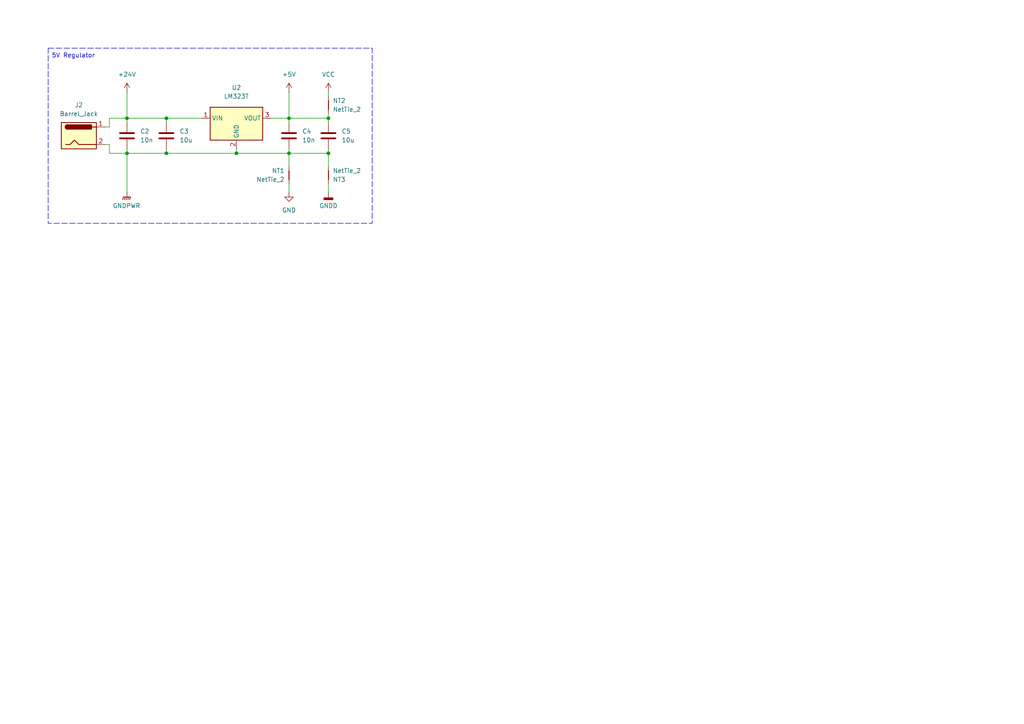
<source format=kicad_sch>
(kicad_sch (version 20231120) (generator "eeschema") (generator_version "8.0")
  (paper "A4")
  (lib_symbols
    (symbol "Connector:Barrel_Jack" (pin_names (offset 1.016))
      (property "Reference" "J" (at 0 5.334 0))
      (property "Value" "Barrel_Jack" (at 0 -5.08 0))
      (symbol "Barrel_Jack_0_1"
        (rectangle (start -5.08 3.81) (end 5.08 -3.81) (stroke (width 0.254)) (fill (type background)))
        (arc (start -3.302 3.175) (mid -3.9343 2.54) (end -3.302 1.905) (stroke (width 0.254)))
        (arc (start -3.302 3.175) (mid -3.9343 2.54) (end -3.302 1.905) (stroke (width 0.254)) (fill (type outline)))
        (polyline (pts (xy 5.08 2.54) (xy 3.81 2.54)) (stroke (width 0.254)))
        (polyline (pts (xy -3.81 -2.54) (xy -2.54 -2.54) (xy -1.27 -1.27) (xy 0 -2.54) (xy 2.54 -2.54) (xy 5.08 -2.54)) (stroke (width 0.254)))
        (rectangle (start 3.683 3.175) (end -3.302 1.905) (stroke (width 0.254)) (fill (type outline)))
      )
      (symbol "Barrel_Jack_1_1"
        (pin passive line (at 7.62 2.54 180) (length 2.54) (name "~") (number "1"))
        (pin passive line (at 7.62 -2.54 180) (length 2.54) (name "~") (number "2"))
      )
    )
    (symbol "Custom_Regulator_Linear:LM323"
      (property "Reference" "U" (at -7.874 9.144 0))
      (property "Value" "LM323" (at -7.874 7.112 0))
      (symbol "LM323_0_1"
        (rectangle (start -7.62 5.715) (end 7.62 -3.81) (stroke (width 0.254)) (fill (type background)))
      )
      (symbol "LM323_1_1"
        (pin power_in line (at -10.16 2.54 0) (length 2.54) (name "VIN") (number "1"))
        (pin power_in line (at 0 -6.35 90) (length 2.54) (name "GND") (number "2"))
        (pin power_out line (at 10.16 2.54 180) (length 2.54) (name "VOUT") (number "3"))
      )
    )
    (symbol "Device:C" (pin_numbers hide) (pin_names (offset 0.254))
      (property "Reference" "C" (at 0.635 2.54 0))
      (property "Value" "C" (at 0.635 -2.54 0))
      (symbol "C_0_1"
        (polyline (pts (xy -2.032 -0.762) (xy 2.032 -0.762)) (stroke (width 0.508)))
        (polyline (pts (xy -2.032 0.762) (xy 2.032 0.762)) (stroke (width 0.508)))
      )
      (symbol "C_1_1"
        (pin passive line (at 0 3.81 270) (length 2.794) (name "~") (number "1"))
        (pin passive line (at 0 -3.81 90) (length 2.794) (name "~") (number "2"))
      )
    )
    (symbol "Device:NetTie_2" (pin_numbers hide) (pin_names (offset 0) hide) (in_bom no)
      (property "Reference" "NT" (at 0 1.27 0))
      (property "Value" "NetTie_2" (at 0 -1.27 0))
      (symbol "NetTie_2_0_1"
        (polyline (pts (xy -1.27 0) (xy 1.27 0)) (stroke (width 0.254)))
      )
      (symbol "NetTie_2_1_1"
        (pin passive line (at -2.54 0 0) (length 2.54) (name "1") (number "1"))
        (pin passive line (at 2.54 0 180) (length 2.54) (name "2") (number "2"))
      )
    )
    (symbol "power:+24V" (power) (pin_numbers hide) (pin_names (offset 0) hide)
      (property "Value" "+24V" (at 0 3.556 0))
      (symbol "+24V_0_1"
        (polyline (pts (xy -0.762 1.27) (xy 0 2.54)))
        (polyline (pts (xy 0 0) (xy 0 2.54)))
        (polyline (pts (xy 0 2.54) (xy 0.762 1.27)))
      )
      (symbol "+24V_1_1"
        (pin power_in line (at 0 0 90) (length 0) (name "~") (number "1"))
      )
    )
    (symbol "power:+5V" (power) (pin_numbers hide) (pin_names (offset 0) hide)
      (property "Value" "+5V" (at 0 3.556 0))
      (symbol "+5V_0_1"
        (polyline (pts (xy -0.762 1.27) (xy 0 2.54)))
        (polyline (pts (xy 0 0) (xy 0 2.54)))
        (polyline (pts (xy 0 2.54) (xy 0.762 1.27)))
      )
      (symbol "+5V_1_1"
        (pin power_in line (at 0 0 90) (length 0) (name "~") (number "1"))
      )
    )
    (symbol "power:GND" (power) (pin_numbers hide) (pin_names (offset 0) hide)
      (property "Value" "GND" (at 0 -3.81 0))
      (symbol "GND_0_1"
        (polyline (pts (xy 0 0) (xy 0 -1.27) (xy 1.27 -1.27) (xy 0 -2.54) (xy -1.27 -1.27) (xy 0 -1.27)))
      )
      (symbol "GND_1_1"
        (pin power_in line (at 0 0 270) (length 0) (name "~") (number "1"))
      )
    )
    (symbol "power:GNDD" (power) (pin_numbers hide) (pin_names (offset 0) hide)
      (property "Value" "GNDD" (at 0 -3.175 0))
      (symbol "GNDD_0_1"
        (rectangle (start -1.27 -1.524) (end 1.27 -2.032) (stroke (width 0.254)) (fill (type outline)))
        (polyline (pts (xy 0 0) (xy 0 -1.524)))
      )
      (symbol "GNDD_1_1"
        (pin power_in line (at 0 0 270) (length 0) (name "~") (number "1"))
      )
    )
    (symbol "power:GNDPWR" (power) (pin_numbers hide) (pin_names (offset 0) hide)
      (property "Value" "GNDPWR" (at 0 -3.302 0))
      (symbol "GNDPWR_0_1"
        (polyline (pts (xy 0 -1.27) (xy 0 0)))
        (polyline (pts (xy -1.016 -1.27) (xy -1.27 -2.032) (xy -1.27 -2.032)) (stroke (width 0.2032)))
        (polyline (pts (xy -0.508 -1.27) (xy -0.762 -2.032) (xy -0.762 -2.032)) (stroke (width 0.2032)))
        (polyline (pts (xy 0 -1.27) (xy -0.254 -2.032) (xy -0.254 -2.032)) (stroke (width 0.2032)))
        (polyline (pts (xy 0.508 -1.27) (xy 0.254 -2.032) (xy 0.254 -2.032)) (stroke (width 0.2032)))
        (polyline (pts (xy 1.016 -1.27) (xy -1.016 -1.27) (xy -1.016 -1.27)) (stroke (width 0.2032)))
        (polyline (pts (xy 1.016 -1.27) (xy 0.762 -2.032) (xy 0.762 -2.032) (xy 0.762 -2.032)) (stroke (width 0.2032)))
      )
      (symbol "GNDPWR_1_1"
        (pin power_in line (at 0 0 270) (length 0) (name "~") (number "1"))
      )
    )
    (symbol "power:VCC" (power) (pin_numbers hide) (pin_names (offset 0) hide)
      (property "Value" "VCC" (at 0 3.556 0))
      (symbol "VCC_0_1"
        (polyline (pts (xy -0.762 1.27) (xy 0 2.54)))
        (polyline (pts (xy 0 0) (xy 0 2.54)))
        (polyline (pts (xy 0 2.54) (xy 0.762 1.27)))
      )
      (symbol "VCC_1_1"
        (pin power_in line (at 0 0 90) (length 0) (name "~") (number "1"))
      )
    )
  )
  (junction (at 83.82 34.29))
  (junction (at 48.26 34.29))
  (junction (at 36.83 34.29))
  (junction (at 48.26 44.45))
  (junction (at 36.83 44.45))
  (junction (at 95.25 34.29))
  (junction (at 68.58 44.45))
  (junction (at 83.82 44.45))
  (junction (at 95.25 44.45))
  (wire (pts (xy 30.48 36.83) (xy 31.75 36.83)))
  (wire (pts (xy 95.25 44.45) (xy 95.25 48.26)))
  (wire (pts (xy 95.25 33.02) (xy 95.25 34.29)))
  (wire (pts (xy 31.75 44.45) (xy 36.83 44.45)))
  (wire (pts (xy 95.25 44.45) (xy 83.82 44.45)))
  (wire (pts (xy 95.25 26.67) (xy 95.25 27.94)))
  (wire (pts (xy 83.82 44.45) (xy 83.82 48.26)))
  (wire (pts (xy 36.83 44.45) (xy 36.83 55.88)))
  (wire (pts (xy 83.82 26.67) (xy 83.82 34.29)))
  (wire (pts (xy 48.26 44.45) (xy 68.58 44.45)))
  (wire (pts (xy 48.26 44.45) (xy 36.83 44.45)))
  (wire (pts (xy 31.75 34.29) (xy 36.83 34.29)))
  (wire (pts (xy 83.82 53.34) (xy 83.82 55.88)))
  (wire (pts (xy 95.25 53.34) (xy 95.25 55.88)))
  (wire (pts (xy 95.25 43.18) (xy 95.25 44.45)))
  (wire (pts (xy 48.26 43.18) (xy 48.26 44.45)))
  (wire (pts (xy 83.82 34.29) (xy 95.25 34.29)))
  (wire (pts (xy 83.82 43.18) (xy 83.82 44.45)))
  (wire (pts (xy 48.26 34.29) (xy 36.83 34.29)))
  (wire (pts (xy 31.75 36.83) (xy 31.75 34.29)))
  (wire (pts (xy 36.83 43.18) (xy 36.83 44.45)))
  (wire (pts (xy 83.82 44.45) (xy 68.58 44.45)))
  (wire (pts (xy 95.25 34.29) (xy 95.25 35.56)))
  (wire (pts (xy 78.74 34.29) (xy 83.82 34.29)))
  (wire (pts (xy 48.26 34.29) (xy 58.42 34.29)))
  (wire (pts (xy 36.83 26.67) (xy 36.83 34.29)))
  (wire (pts (xy 31.75 41.91) (xy 31.75 44.45)))
  (wire (pts (xy 30.48 41.91) (xy 31.75 41.91)))
  (wire (pts (xy 83.82 34.29) (xy 83.82 35.56)))
  (wire (pts (xy 48.26 35.56) (xy 48.26 34.29)))
  (wire (pts (xy 68.58 43.18) (xy 68.58 44.45)))
  (wire (pts (xy 36.83 34.29) (xy 36.83 35.56)))
  (rectangle (start 13.97 13.97) (end 107.95 64.77) (stroke (width 0) (type dash)))
  (text "5V Regulator" (at 14.986 15.494 0) (effects (font (size 1.27 1.27)) (justify left top)))
  (symbol (lib_id "power:+24V") (at 36.83 26.67 0) (unit 1)
    (property "Reference" "#PWR09" (effects (hide yes)))
    (property "Value" "+24V" (at 36.83 21.59 0))
    (property "Description" "Power symbol creates a global label with name \"+24V\"" (effects (hide yes)))
  )
  (symbol (lib_id "Device:NetTie_2") (at 95.25 30.48 90) (unit 1) (in_bom no)
    (property "Reference" "NT2" (at 96.52 29.2099 90) (effects (justify right)))
    (property "Value" "NetTie_2" (at 96.52 31.7499 90) (effects (justify right)))
    (property "Footprint" "NetTie:NetTie-2_THT_Pad1.0mm" (effects (hide yes)))
    (property "Description" "Net tie, 2 pins" (effects (hide yes)))
  )
  (symbol (lib_id "power:GND") (at 83.82 55.88 0) (unit 1)
    (property "Reference" "#PWR010" (effects (hide yes)))
    (property "Value" "GND" (at 83.82 60.96 0))
    (property "Description" "Power symbol creates a global label with name \"GND\" , ground" (effects (hide yes)))
  )
  (symbol (lib_id "Custom_Regulator_Linear:LM323") (at 68.58 36.83 0) (unit 1)
    (property "Reference" "U2" (at 68.58 25.4 0))
    (property "Value" "LM323T" (at 68.58 27.94 0))
    (property "Footprint" "Package_TO_SOT_THT:TO-220-3_Horizontal_TabDown" (effects (hide yes)))
    (property "Datasheet" "https://mm.digikey.com/Volume0/opasdata/d220001/medias/docus/1103/LM323.pdf" (effects (hide yes)))
  )
  (symbol (lib_id "power:GNDPWR") (at 36.83 55.88 0) (unit 1)
    (property "Reference" "#PWR011" (effects (hide yes)))
    (property "Value" "GNDPWR" (at 36.703 59.69 0))
    (property "Description" "Power symbol creates a global label with name \"GNDPWR\" , global ground" (effects (hide yes)))
  )
  (symbol (lib_id "Device:NetTie_2") (at 95.25 50.8 90) (mirror x) (unit 1) (in_bom no)
    (property "Reference" "NT3" (at 96.52 52.0701 90) (effects (justify right)))
    (property "Value" "NetTie_2" (at 96.52 49.5301 90) (effects (justify right)))
    (property "Footprint" "NetTie:NetTie-2_THT_Pad1.0mm" (effects (hide yes)))
    (property "Description" "Net tie, 2 pins" (effects (hide yes)))
  )
  (symbol (lib_id "Device:C") (at 36.83 39.37 0) (unit 1)
    (property "Reference" "C2" (at 40.64 38.0999 0) (effects (justify left)))
    (property "Value" "10n" (at 40.64 40.6399 0) (effects (justify left)))
    (property "Description" "Unpolarized capacitor" (effects (hide yes)))
  )
  (symbol (lib_id "Device:NetTie_2") (at 83.82 50.8 270) (mirror x) (unit 1) (in_bom no)
    (property "Reference" "NT1" (at 82.55 49.5299 90) (effects (justify right)))
    (property "Value" "NetTie_2" (at 82.55 52.0699 90) (effects (justify right)))
    (property "Footprint" "NetTie:NetTie-2_THT_Pad1.0mm" (effects (hide yes)))
    (property "Description" "Net tie, 2 pins" (effects (hide yes)))
  )
  (symbol (lib_id "Device:C") (at 95.25 39.37 0) (unit 1)
    (property "Reference" "C5" (at 99.06 38.0999 0) (effects (justify left)))
    (property "Value" "10u" (at 99.06 40.6399 0) (effects (justify left)))
    (property "Description" "Unpolarized capacitor" (effects (hide yes)))
  )
  (symbol (lib_id "power:GNDD") (at 95.25 55.88 0) (unit 1)
    (property "Reference" "#PWR014" (effects (hide yes)))
    (property "Value" "GNDD" (at 95.25 59.69 0))
    (property "Description" "Power symbol creates a global label with name \"GNDD\" , digital ground" (effects (hide yes)))
  )
  (symbol (lib_id "power:+5V") (at 83.82 26.67 0) (unit 1)
    (property "Reference" "#PWR013" (effects (hide yes)))
    (property "Value" "+5V" (at 83.82 21.59 0))
    (property "Description" "Power symbol creates a global label with name \"+5V\"" (effects (hide yes)))
  )
  (symbol (lib_id "Device:C") (at 48.26 39.37 0) (unit 1)
    (property "Reference" "C3" (at 52.07 38.0999 0) (effects (justify left)))
    (property "Value" "10u" (at 52.07 40.6399 0) (effects (justify left)))
    (property "Description" "Unpolarized capacitor" (effects (hide yes)))
  )
  (symbol (lib_id "Device:C") (at 83.82 39.37 0) (unit 1)
    (property "Reference" "C4" (at 87.63 38.0999 0) (effects (justify left)))
    (property "Value" "10n" (at 87.63 40.6399 0) (effects (justify left)))
    (property "Description" "Unpolarized capacitor" (effects (hide yes)))
  )
  (symbol (lib_id "power:VCC") (at 95.25 26.67 0) (unit 1)
    (property "Reference" "#PWR012" (effects (hide yes)))
    (property "Value" "VCC" (at 95.25 21.59 0))
    (property "Description" "Power symbol creates a global label with name \"VCC\"" (effects (hide yes)))
  )
  (symbol (lib_id "Connector:Barrel_Jack") (at 22.86 39.37 0) (unit 1)
    (property "Reference" "J2" (at 22.86 30.48 0))
    (property "Value" "Barrel_Jack" (at 22.86 33.02 0))
    (property "Description" "DC Barrel Jack" (effects (hide yes)))
  )
)
</source>
